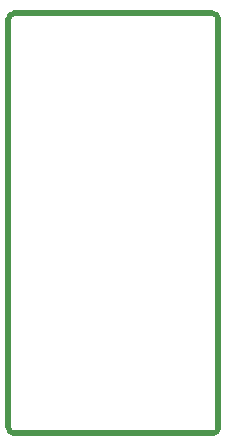
<source format=gm1>
G04 #@! TF.GenerationSoftware,KiCad,Pcbnew,5.1.9-1.fc33*
G04 #@! TF.CreationDate,2021-04-28T13:16:13+02:00*
G04 #@! TF.ProjectId,reDIP-SID,72654449-502d-4534-9944-2e6b69636164,0.2*
G04 #@! TF.SameCoordinates,PX5e28010PY8011a50*
G04 #@! TF.FileFunction,Profile,NP*
%FSLAX46Y46*%
G04 Gerber Fmt 4.6, Leading zero omitted, Abs format (unit mm)*
G04 Created by KiCad (PCBNEW 5.1.9-1.fc33) date 2021-04-28 13:16:13*
%MOMM*%
%LPD*%
G01*
G04 APERTURE LIST*
G04 #@! TA.AperFunction,Profile*
%ADD10C,0.500000*%
G04 #@! TD*
G04 APERTURE END LIST*
D10*
X17780000Y500000D02*
G75*
G02*
X17280000Y0I-500000J0D01*
G01*
X500000Y0D02*
G75*
G02*
X0Y500000I0J500000D01*
G01*
X17280000Y35560000D02*
G75*
G02*
X17780000Y35060000I0J-500000D01*
G01*
X0Y35060000D02*
G75*
G02*
X500000Y35560000I500000J0D01*
G01*
X0Y35060000D02*
X0Y500000D01*
X17280000Y35560000D02*
X500000Y35560000D01*
X17780000Y500000D02*
X17780000Y35060000D01*
X17280000Y0D02*
X500000Y0D01*
M02*

</source>
